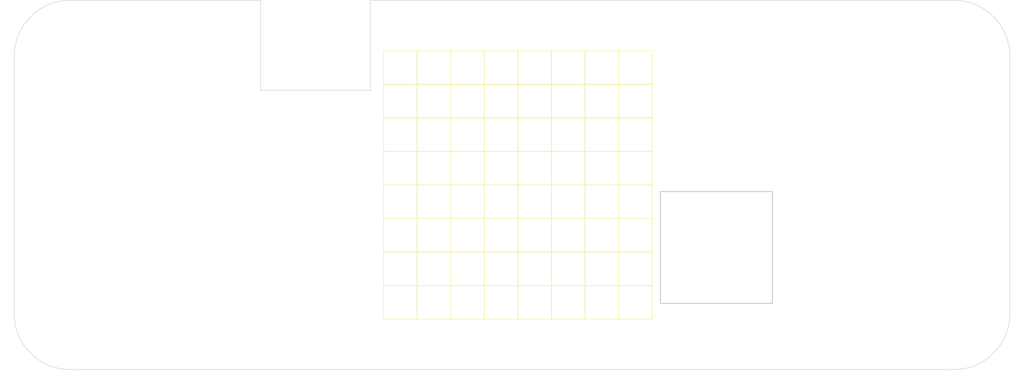
<source format=kicad_pcb>
(kicad_pcb (version 20241229) (generator "pcbnew") (generator_version "9.0")
  (title_block (title "PIX6T4 Color") (date "2025-07-19") (rev "1") (company "Decent Engineering"))
  (layers (0 "F.Cu" signal) (2 "B.Cu" signal) (13 "F.Paste" user) (15 "B.Paste" user) (5 "F.SilkS" user "F.Silkscreen") (7 "B.SilkS" user "B.Silkscreen") (1 "F.Mask" user) (3 "B.Mask" user) (25 "Edge.Cuts" user))
  (net 0 "")
  (footprint "MountingHole:MountingHole_6mm" (layer "F.Cu") (at 167 122.02)
    (property "Reference" "REF**" (hide yes))
    (property "Value" "MountingHole_6mm" (hide yes))
    (pad "" np_thru_hole circle (at 0 0) (size 6 6) (drill 6) (layers "*.Cu" "*.Mask"))
  )
  (footprint "Library:SeeThroughCell" (layer "F.Cu") (at 184.47 112.01)
    (property "Reference" "REF**" (hide yes))
    (property "Value" "Nothing" (hide yes))
    (fp_rect (start -1.5 -1.5) (end 1.5 1.5) (stroke (width 0.05)) (fill no) (layer "F.SilkS"))
  )
  (footprint "Library:SeeThroughCell" (layer "F.Cu") (at 205.47 106.01)
    (property "Reference" "REF**" (hide yes))
    (property "Value" "Nothing" (hide yes))
    (fp_rect (start -1.5 -1.5) (end 1.5 1.5) (stroke (width 0.05)) (fill no) (layer "F.SilkS"))
  )
  (footprint "MountingHole:MountingHole_6mm" (layer "F.Cu") (at 155 122.02)
    (property "Reference" "REF**" (hide yes))
    (property "Value" "MountingHole_6mm" (hide yes))
    (pad "" np_thru_hole circle (at 0 0) (size 6 6) (drill 6) (layers "*.Cu" "*.Mask"))
  )
  (footprint "Library:SeeThroughCell" (layer "F.Cu") (at 202.47 112.01)
    (property "Reference" "REF**" (hide yes))
    (property "Value" "Nothing" (hide yes))
    (fp_rect (start -1.5 -1.5) (end 1.5 1.5) (stroke (width 0.05)) (fill no) (layer "F.SilkS"))
  )
  (footprint "MountingHole:MountingHole_6mm" (layer "F.Cu") (at 161 128.02)
    (property "Reference" "REF**" (hide yes))
    (property "Value" "MountingHole_6mm" (hide yes))
    (pad "" np_thru_hole circle (at 0 0) (size 6 6) (drill 6) (layers "*.Cu" "*.Mask"))
  )
  (footprint "Library:SeeThroughCell" (layer "F.Cu") (at 205.47 115.01)
    (property "Reference" "REF**" (hide yes))
    (property "Value" "Nothing" (hide yes))
    (fp_rect (start -1.5 -1.5) (end 1.5 1.5) (stroke (width 0.05)) (fill no) (layer "F.SilkS"))
  )
  (footprint "Library:SeeThroughCell" (layer "F.Cu") (at 190.47 112.01)
    (property "Reference" "REF**" (hide yes))
    (property "Value" "Nothing" (hide yes))
    (fp_rect (start -1.5 -1.5) (end 1.5 1.5) (stroke (width 0.05)) (fill no) (layer "F.SilkS"))
  )
  (footprint "Library:SeeThroughCell" (layer "F.Cu") (at 184.47 121.01)
    (property "Reference" "REF**" (hide yes))
    (property "Value" "Nothing" (hide yes))
    (fp_rect (start -1.5 -1.5) (end 1.5 1.5) (stroke (width 0.05)) (fill no) (layer "F.SilkS"))
  )
  (footprint "Library:SeeThroughCell" (layer "F.Cu") (at 187.47 112.01)
    (property "Reference" "REF**" (hide yes))
    (property "Value" "Nothing" (hide yes))
    (fp_rect (start -1.5 -1.5) (end 1.5 1.5) (stroke (width 0.05)) (fill no) (layer "F.SilkS"))
  )
  (footprint "Library:SeeThroughCell" (layer "F.Cu") (at 202.47 118.01)
    (property "Reference" "REF**" (hide yes))
    (property "Value" "Nothing" (hide yes))
    (fp_rect (start -1.5 -1.5) (end 1.5 1.5) (stroke (width 0.05)) (fill no) (layer "F.SilkS"))
  )
  (footprint "Library:SeeThroughCell" (layer "F.Cu") (at 199.47 115.01)
    (property "Reference" "REF**" (hide yes))
    (property "Value" "Nothing" (hide yes))
    (fp_rect (start -1.5 -1.5) (end 1.5 1.5) (stroke (width 0.05)) (fill no) (layer "F.SilkS"))
  )
  (footprint "Library:SeeThroughCell" (layer "F.Cu") (at 193.47 109.01)
    (property "Reference" "REF**" (hide yes))
    (property "Value" "Nothing" (hide yes))
    (fp_rect (start -1.5 -1.5) (end 1.5 1.5) (stroke (width 0.05)) (fill no) (layer "F.SilkS"))
  )
  (footprint "Library:SeeThroughCell" (layer "F.Cu") (at 196.47 124.01)
    (property "Reference" "REF**" (hide yes))
    (property "Value" "Nothing" (hide yes))
    (fp_rect (start -1.5 -1.5) (end 1.5 1.5) (stroke (width 0.05)) (fill no) (layer "F.SilkS"))
  )
  (footprint "Library:SeeThroughCell" (layer "F.Cu") (at 187.47 106.01)
    (property "Reference" "REF**" (hide yes))
    (property "Value" "Nothing" (hide yes))
    (fp_rect (start -1.5 -1.5) (end 1.5 1.5) (stroke (width 0.05)) (fill no) (layer "F.SilkS"))
  )
  (footprint "Library:SeeThroughCell" (layer "F.Cu") (at 190.47 115.01)
    (property "Reference" "REF**" (hide yes))
    (property "Value" "Nothing" (hide yes))
    (fp_rect (start -1.5 -1.5) (end 1.5 1.5) (stroke (width 0.05)) (fill no) (layer "F.SilkS"))
  )
  (footprint "Library:SeeThroughCell" (layer "F.Cu") (at 202.47 121.01)
    (property "Reference" "REF**" (hide yes))
    (property "Value" "Nothing" (hide yes))
    (fp_rect (start -1.5 -1.5) (end 1.5 1.5) (stroke (width 0.05)) (fill no) (layer "F.SilkS"))
  )
  (footprint "Library:SeeThroughCell" (layer "F.Cu") (at 190.47 118.01)
    (property "Reference" "REF**" (hide yes))
    (property "Value" "Nothing" (hide yes))
    (fp_rect (start -1.5 -1.5) (end 1.5 1.5) (stroke (width 0.05)) (fill no) (layer "F.SilkS"))
  )
  (footprint "MountingHole:MountingHole_2.2mm_M2_ISO14580" (layer "F.Cu") (at 233.9 114.05)
    (property "Reference" "REF**" (hide yes))
    (property "Value" "MountingHole_2.2mm_M2_ISO14580" (hide yes))
    (pad "" np_thru_hole circle (at 0 0) (size 2.2 2.2) (drill 2.2) (layers "*.Cu" "*.Mask"))
  )
  (footprint "Library:SeeThroughCell" (layer "F.Cu") (at 205.47 118.01)
    (property "Reference" "REF**" (hide yes))
    (property "Value" "Nothing" (hide yes))
    (fp_rect (start -1.5 -1.5) (end 1.5 1.5) (stroke (width 0.05)) (fill no) (layer "F.SilkS"))
  )
  (footprint "MountingHole:MountingHole_2.2mm_M2_ISO14580" (layer "F.Cu") (at 155 128.02)
    (property "Reference" "REF**" (hide yes))
    (property "Value" "MountingHole_2.2mm_M2_ISO14580" (hide yes))
    (pad "" np_thru_hole circle (at 0 0) (size 2.2 2.2) (drill 2.2) (layers "*.Cu" "*.Mask"))
  )
  (footprint "Library:SeeThroughCell" (layer "F.Cu") (at 199.47 124.01)
    (property "Reference" "REF**" (hide yes))
    (property "Value" "Nothing" (hide yes))
    (fp_rect (start -1.5 -1.5) (end 1.5 1.5) (stroke (width 0.05)) (fill no) (layer "F.SilkS"))
  )
  (footprint "Library:SeeThroughCell" (layer "F.Cu") (at 202.47 106.01)
    (property "Reference" "REF**" (hide yes))
    (property "Value" "Nothing" (hide yes))
    (fp_rect (start -1.5 -1.5) (end 1.5 1.5) (stroke (width 0.05)) (fill no) (layer "F.SilkS"))
  )
  (footprint "Library:SeeThroughCell" (layer "F.Cu") (at 196.47 106.01)
    (property "Reference" "REF**" (hide yes))
    (property "Value" "Nothing" (hide yes))
    (fp_rect (start -1.5 -1.5) (end 1.5 1.5) (stroke (width 0.05)) (fill no) (layer "F.SilkS"))
  )
  (footprint "MountingHole:MountingHole_6mm" (layer "F.Cu") (at 227.9 128.02)
    (property "Reference" "REF**" (hide yes))
    (property "Value" "MountingHole_6mm" (hide yes))
    (pad "" np_thru_hole circle (at 0 0) (size 6 6) (drill 6) (layers "*.Cu" "*.Mask"))
  )
  (footprint "Library:SeeThroughCell" (layer "F.Cu") (at 205.47 127.01)
    (property "Reference" "REF**" (hide yes))
    (property "Value" "Nothing" (hide yes))
    (fp_rect (start -1.5 -1.5) (end 1.5 1.5) (stroke (width 0.05)) (fill no) (layer "F.SilkS"))
  )
  (footprint "Library:SeeThroughCell" (layer "F.Cu") (at 199.47 121.01)
    (property "Reference" "REF**" (hide yes))
    (property "Value" "Nothing" (hide yes))
    (fp_rect (start -1.5 -1.5) (end 1.5 1.5) (stroke (width 0.05)) (fill no) (layer "F.SilkS"))
  )
  (footprint "Library:SeeThroughCell" (layer "F.Cu") (at 202.47 127.01)
    (property "Reference" "REF**" (hide yes))
    (property "Value" "Nothing" (hide yes))
    (fp_rect (start -1.5 -1.5) (end 1.5 1.5) (stroke (width 0.05)) (fill no) (layer "F.SilkS"))
  )
  (footprint "Library:SeeThroughCell" (layer "F.Cu") (at 187.47 109.01)
    (property "Reference" "REF**" (hide yes))
    (property "Value" "Nothing" (hide yes))
    (fp_rect (start -1.5 -1.5) (end 1.5 1.5) (stroke (width 0.05)) (fill no) (layer "F.SilkS"))
  )
  (footprint "Library:SeeThroughCell" (layer "F.Cu") (at 184.47 124.01)
    (property "Reference" "REF**" (hide yes))
    (property "Value" "Nothing" (hide yes))
    (fp_rect (start -1.5 -1.5) (end 1.5 1.5) (stroke (width 0.05)) (fill no) (layer "F.SilkS"))
  )
  (footprint "Library:SeeThroughCell" (layer "F.Cu") (at 205.47 121.01)
    (property "Reference" "REF**" (hide yes))
    (property "Value" "Nothing" (hide yes))
    (fp_rect (start -1.5 -1.5) (end 1.5 1.5) (stroke (width 0.05)) (fill no) (layer "F.SilkS"))
  )
  (footprint "Library:SeeThroughCell" (layer "F.Cu") (at 193.47 127.01)
    (property "Reference" "REF**" (hide yes))
    (property "Value" "Nothing" (hide yes))
    (fp_rect (start -1.5 -1.5) (end 1.5 1.5) (stroke (width 0.05)) (fill no) (layer "F.SilkS"))
  )
  (footprint "Library:SeeThroughCell" (layer "F.Cu") (at 187.47 121.01)
    (property "Reference" "REF**" (hide yes))
    (property "Value" "Nothing" (hide yes))
    (fp_rect (start -1.5 -1.5) (end 1.5 1.5) (stroke (width 0.05)) (fill no) (layer "F.SilkS"))
  )
  (footprint "Library:SeeThroughCell" (layer "F.Cu") (at 196.47 109.01)
    (property "Reference" "REF**" (hide yes))
    (property "Value" "Nothing" (hide yes))
    (fp_rect (start -1.5 -1.5) (end 1.5 1.5) (stroke (width 0.05)) (fill no) (layer "F.SilkS"))
  )
  (footprint "Library:SeeThroughCell" (layer "F.Cu") (at 199.47 112.01)
    (property "Reference" "REF**" (hide yes))
    (property "Value" "Nothing" (hide yes))
    (fp_rect (start -1.5 -1.5) (end 1.5 1.5) (stroke (width 0.05)) (fill no) (layer "F.SilkS"))
  )
  (footprint "Library:SeeThroughCell" (layer "F.Cu") (at 199.47 106.01)
    (property "Reference" "REF**" (hide yes))
    (property "Value" "Nothing" (hide yes))
    (fp_rect (start -1.5 -1.5) (end 1.5 1.5) (stroke (width 0.05)) (fill no) (layer "F.SilkS"))
  )
  (footprint "Library:SeeThroughCell" (layer "F.Cu") (at 202.47 115.01)
    (property "Reference" "REF**" (hide yes))
    (property "Value" "Nothing" (hide yes))
    (fp_rect (start -1.5 -1.5) (end 1.5 1.5) (stroke (width 0.05)) (fill no) (layer "F.SilkS"))
  )
  (footprint "Library:SeeThroughCell" (layer "F.Cu") (at 196.47 127.01)
    (property "Reference" "REF**" (hide yes))
    (property "Value" "Nothing" (hide yes))
    (fp_rect (start -1.5 -1.5) (end 1.5 1.5) (stroke (width 0.05)) (fill no) (layer "F.SilkS"))
  )
  (footprint "Library:SeeThroughCell" (layer "F.Cu") (at 187.47 124.01)
    (property "Reference" "REF**" (hide yes))
    (property "Value" "Nothing" (hide yes))
    (fp_rect (start -1.5 -1.5) (end 1.5 1.5) (stroke (width 0.05)) (fill no) (layer "F.SilkS"))
  )
  (footprint "Library:SeeThroughCell" (layer "F.Cu") (at 190.47 124.01)
    (property "Reference" "REF**" (hide yes))
    (property "Value" "Nothing" (hide yes))
    (fp_rect (start -1.5 -1.5) (end 1.5 1.5) (stroke (width 0.05)) (fill no) (layer "F.SilkS"))
  )
  (footprint "Library:SeeThroughCell" (layer "F.Cu") (at 202.47 124.01)
    (property "Reference" "REF**" (hide yes))
    (property "Value" "Nothing" (hide yes))
    (fp_rect (start -1.5 -1.5) (end 1.5 1.5) (stroke (width 0.05)) (fill no) (layer "F.SilkS"))
  )
  (footprint "Library:SeeThroughCell" (layer "F.Cu") (at 205.47 109.01)
    (property "Reference" "REF**" (hide yes))
    (property "Value" "Nothing" (hide yes))
    (fp_rect (start -1.5 -1.5) (end 1.5 1.5) (stroke (width 0.05)) (fill no) (layer "F.SilkS"))
  )
  (footprint "Library:SeeThroughCell" (layer "F.Cu") (at 202.47 109.01)
    (property "Reference" "REF**" (hide yes))
    (property "Value" "Nothing" (hide yes))
    (fp_rect (start -1.5 -1.5) (end 1.5 1.5) (stroke (width 0.05)) (fill no) (layer "F.SilkS"))
  )
  (footprint "Library:SeeThroughCell" (layer "F.Cu") (at 190.47 106.01)
    (property "Reference" "REF**" (hide yes))
    (property "Value" "Nothing" (hide yes))
    (fp_rect (start -1.5 -1.5) (end 1.5 1.5) (stroke (width 0.05)) (fill no) (layer "F.SilkS"))
  )
  (footprint "Library:SeeThroughCell" (layer "F.Cu") (at 205.47 112.01)
    (property "Reference" "REF**" (hide yes))
    (property "Value" "Nothing" (hide yes))
    (fp_rect (start -1.5 -1.5) (end 1.5 1.5) (stroke (width 0.05)) (fill no) (layer "F.SilkS"))
  )
  (footprint "Library:SeeThroughCell" (layer "F.Cu") (at 184.47 106.01)
    (property "Reference" "REF**" (hide yes))
    (property "Value" "Nothing" (hide yes))
    (fp_rect (start -1.5 -1.5) (end 1.5 1.5) (stroke (width 0.05)) (fill no) (layer "F.SilkS"))
  )
  (footprint "Library:SeeThroughCell" (layer "F.Cu") (at 190.47 121.01)
    (property "Reference" "REF**" (hide yes))
    (property "Value" "Nothing" (hide yes))
    (fp_rect (start -1.5 -1.5) (end 1.5 1.5) (stroke (width 0.05)) (fill no) (layer "F.SilkS"))
  )
  (footprint "Library:SeeThroughCell" (layer "F.Cu") (at 199.47 109.01)
    (property "Reference" "REF**" (hide yes))
    (property "Value" "Nothing" (hide yes))
    (fp_rect (start -1.5 -1.5) (end 1.5 1.5) (stroke (width 0.05)) (fill no) (layer "F.SilkS"))
  )
  (footprint "Library:SeeThroughCell" (layer "F.Cu") (at 193.47 115.01)
    (property "Reference" "REF**" (hide yes))
    (property "Value" "Nothing" (hide yes))
    (fp_rect (start -1.5 -1.5) (end 1.5 1.5) (stroke (width 0.05)) (fill no) (layer "F.SilkS"))
  )
  (footprint "Library:SeeThroughCell" (layer "F.Cu") (at 205.47 124.01)
    (property "Reference" "REF**" (hide yes))
    (property "Value" "Nothing" (hide yes))
    (fp_rect (start -1.5 -1.5) (end 1.5 1.5) (stroke (width 0.05)) (fill no) (layer "F.SilkS"))
  )
  (footprint "Library:SeeThroughCell" (layer "F.Cu") (at 184.47 109.01)
    (property "Reference" "REF**" (hide yes))
    (property "Value" "Nothing" (hide yes))
    (fp_rect (start -1.5 -1.5) (end 1.5 1.5) (stroke (width 0.05)) (fill no) (layer "F.SilkS"))
  )
  (footprint "MountingHole:MountingHole_6mm" (layer "F.Cu") (at 227.9 116.02)
    (property "Reference" "REF**" (hide yes))
    (property "Value" "MountingHole_6mm" (hide yes))
    (pad "" np_thru_hole circle (at 0 0) (size 6 6) (drill 6) (layers "*.Cu" "*.Mask"))
  )
  (footprint "MountingHole:MountingHole_6mm" (layer "F.Cu") (at 221.9 122.02)
    (property "Reference" "REF**" (hide yes))
    (property "Value" "MountingHole_6mm" (hide yes))
    (pad "" np_thru_hole circle (at 0 0) (size 6 6) (drill 6) (layers "*.Cu" "*.Mask"))
  )
  (footprint "Library:SeeThroughCell" (layer "F.Cu") (at 196.47 115.01)
    (property "Reference" "REF**" (hide yes))
    (property "Value" "Nothing" (hide yes))
    (fp_rect (start -1.5 -1.5) (end 1.5 1.5) (stroke (width 0.05)) (fill no) (layer "F.SilkS"))
  )
  (footprint "Library:SeeThroughCell" (layer "F.Cu") (at 187.47 115.01)
    (property "Reference" "REF**" (hide yes))
    (property "Value" "Nothing" (hide yes))
    (fp_rect (start -1.5 -1.5) (end 1.5 1.5) (stroke (width 0.05)) (fill no) (layer "F.SilkS"))
  )
  (footprint "Library:SeeThroughCell" (layer "F.Cu") (at 193.47 121.01)
    (property "Reference" "REF**" (hide yes))
    (property "Value" "Nothing" (hide yes))
    (fp_rect (start -1.5 -1.5) (end 1.5 1.5) (stroke (width 0.05)) (fill no) (layer "F.SilkS"))
  )
  (footprint "Library:SeeThroughCell" (layer "F.Cu") (at 193.47 118.01)
    (property "Reference" "REF**" (hide yes))
    (property "Value" "Nothing" (hide yes))
    (fp_rect (start -1.5 -1.5) (end 1.5 1.5) (stroke (width 0.05)) (fill no) (layer "F.SilkS"))
  )
  (footprint "Library:SeeThroughCell" (layer "F.Cu") (at 196.47 118.01)
    (property "Reference" "REF**" (hide yes))
    (property "Value" "Nothing" (hide yes))
    (fp_rect (start -1.5 -1.5) (end 1.5 1.5) (stroke (width 0.05)) (fill no) (layer "F.SilkS"))
  )
  (footprint "Library:SeeThroughCell" (layer "F.Cu") (at 193.47 124.01)
    (property "Reference" "REF**" (hide yes))
    (property "Value" "Nothing" (hide yes))
    (fp_rect (start -1.5 -1.5) (end 1.5 1.5) (stroke (width 0.05)) (fill no) (layer "F.SilkS"))
  )
  (footprint "MountingHole:MountingHole_6mm" (layer "F.Cu") (at 233.9 122.02)
    (property "Reference" "REF**" (hide yes))
    (property "Value" "MountingHole_6mm" (hide yes))
    (pad "" np_thru_hole circle (at 0 0) (size 6 6) (drill 6) (layers "*.Cu" "*.Mask"))
  )
  (footprint "Library:SeeThroughCell" (layer "F.Cu") (at 199.47 127.01)
    (property "Reference" "REF**" (hide yes))
    (property "Value" "Nothing" (hide yes))
    (fp_rect (start -1.5 -1.5) (end 1.5 1.5) (stroke (width 0.05)) (fill no) (layer "F.SilkS"))
  )
  (footprint "Library:SeeThroughCell" (layer "F.Cu") (at 199.47 118.01)
    (property "Reference" "REF**" (hide yes))
    (property "Value" "Nothing" (hide yes))
    (fp_rect (start -1.5 -1.5) (end 1.5 1.5) (stroke (width 0.05)) (fill no) (layer "F.SilkS"))
  )
  (footprint "Library:SeeThroughCell" (layer "F.Cu") (at 184.47 127.01)
    (property "Reference" "REF**" (hide yes))
    (property "Value" "Nothing" (hide yes))
    (fp_rect (start -1.5 -1.5) (end 1.5 1.5) (stroke (width 0.05)) (fill no) (layer "F.SilkS"))
  )
  (footprint "MountingHole:MountingHole_6mm" (layer "F.Cu") (at 213 106.4)
    (property "Reference" "REF**" (hide yes))
    (property "Value" "MountingHole_6mm" (hide yes))
    (pad "" np_thru_hole circle (at 0 0) (size 6 6) (drill 6) (layers "*.Cu" "*.Mask"))
  )
  (footprint "Library:SeeThroughCell" (layer "F.Cu") (at 184.47 115.01)
    (property "Reference" "REF**" (hide yes))
    (property "Value" "Nothing" (hide yes))
    (fp_rect (start -1.5 -1.5) (end 1.5 1.5) (stroke (width 0.05)) (fill no) (layer "F.SilkS"))
  )
  (footprint "Library:SeeThroughCell" (layer "F.Cu") (at 190.47 109.01)
    (property "Reference" "REF**" (hide yes))
    (property "Value" "Nothing" (hide yes))
    (fp_rect (start -1.5 -1.5) (end 1.5 1.5) (stroke (width 0.05)) (fill no) (layer "F.SilkS"))
  )
  (footprint "MountingHole:MountingHole_2.2mm_M2_ISO14580" (layer "F.Cu") (at 155 114.05)
    (property "Reference" "REF**" (hide yes))
    (property "Value" "MountingHole_2.2mm_M2_ISO14580" (hide yes))
    (pad "" np_thru_hole circle (at 0 0) (size 2.2 2.2) (drill 2.2) (layers "*.Cu" "*.Mask"))
  )
  (footprint "MountingHole:MountingHole_6mm" (layer "F.Cu") (at 221.7 106.4)
    (property "Reference" "REF**" (hide yes))
    (property "Value" "MountingHole_6mm" (hide yes))
    (pad "" np_thru_hole circle (at 0 0) (size 6 6) (drill 6) (layers "*.Cu" "*.Mask"))
  )
  (footprint "MountingHole:MountingHole_2.2mm_M2_ISO14580" (layer "F.Cu") (at 233.9 128.02)
    (property "Reference" "REF**" (hide yes))
    (property "Value" "MountingHole_2.2mm_M2_ISO14580" (hide yes))
    (pad "" np_thru_hole circle (at 0 0) (size 2.2 2.2) (drill 2.2) (layers "*.Cu" "*.Mask"))
  )
  (footprint "Library:SeeThroughCell" (layer "F.Cu") (at 193.47 112.01)
    (property "Reference" "REF**" (hide yes))
    (property "Value" "Nothing" (hide yes))
    (fp_rect (start -1.5 -1.5) (end 1.5 1.5) (stroke (width 0.05)) (fill no) (layer "F.SilkS"))
  )
  (footprint "MountingHole:MountingHole_6mm" (layer "F.Cu") (at 161 116.02)
    (property "Reference" "REF**" (hide yes))
    (property "Value" "MountingHole_6mm" (hide yes))
    (pad "" np_thru_hole circle (at 0 0) (size 6 6) (drill 6) (layers "*.Cu" "*.Mask"))
  )
  (footprint "Library:SeeThroughCell" (layer "F.Cu") (at 187.47 127.01)
    (property "Reference" "REF**" (hide yes))
    (property "Value" "Nothing" (hide yes))
    (fp_rect (start -1.5 -1.5) (end 1.5 1.5) (stroke (width 0.05)) (fill no) (layer "F.SilkS"))
  )
  (footprint "Library:SeeThroughCell" (layer "F.Cu") (at 196.47 121.01)
    (property "Reference" "REF**" (hide yes))
    (property "Value" "Nothing" (hide yes))
    (fp_rect (start -1.5 -1.5) (end 1.5 1.5) (stroke (width 0.05)) (fill no) (layer "F.SilkS"))
  )
  (footprint "Library:SeeThroughCell" (layer "F.Cu") (at 187.47 118.01)
    (property "Reference" "REF**" (hide yes))
    (property "Value" "Nothing" (hide yes))
    (fp_rect (start -1.5 -1.5) (end 1.5 1.5) (stroke (width 0.05)) (fill no) (layer "F.SilkS"))
  )
  (footprint "Library:SeeThroughCell" (layer "F.Cu") (at 196.47 112.01)
    (property "Reference" "REF**" (hide yes))
    (property "Value" "Nothing" (hide yes))
    (fp_rect (start -1.5 -1.5) (end 1.5 1.5) (stroke (width 0.05)) (fill no) (layer "F.SilkS"))
  )
  (footprint "Library:SeeThroughCell" (layer "F.Cu") (at 193.47 106.01)
    (property "Reference" "REF**" (hide yes))
    (property "Value" "Nothing" (hide yes))
    (fp_rect (start -1.5 -1.5) (end 1.5 1.5) (stroke (width 0.05)) (fill no) (layer "F.SilkS"))
  )
  (footprint "Library:SeeThroughCell" (layer "F.Cu") (at 184.47 118.01)
    (property "Reference" "REF**" (hide yes))
    (property "Value" "Nothing" (hide yes))
    (fp_rect (start -1.5 -1.5) (end 1.5 1.5) (stroke (width 0.05)) (fill no) (layer "F.SilkS"))
  )
  (footprint "Library:SeeThroughCell" (layer "F.Cu") (at 190.47 127.01)
    (property "Reference" "REF**" (hide yes))
    (property "Value" "Nothing" (hide yes))
    (fp_rect (start -1.5 -1.5) (end 1.5 1.5) (stroke (width 0.05)) (fill no) (layer "F.SilkS"))
  )
  (gr_line (start 150 128.02) (end 150 105) (stroke (width 0.05)) (layer "Edge.Cuts"))
  (gr_line (start 181.8 100) (end 181.8 108.05) (stroke (width 0.05)) (layer "Edge.Cuts"))
  (gr_arc (start 233.9 100) (mid 237.435534 101.464466) (end 238.9 105) (stroke (width 0.05)) (layer "Edge.Cuts"))
  (gr_line (start 172 108.05) (end 181.8 108.05) (stroke (width 0.05)) (layer "Edge.Cuts"))
  (gr_line (start 155 100) (end 172 100) (stroke (width 0.05)) (layer "Edge.Cuts"))
  (gr_line (start 238.9 105) (end 238.9 128.02) (stroke (width 0.05)) (layer "Edge.Cuts"))
  (gr_line (start 181.8 100) (end 233.9 100) (stroke (width 0.05)) (layer "Edge.Cuts"))
  (gr_arc (start 150 105) (mid 151.464466 101.464466) (end 155 100) (stroke (width 0.05)) (layer "Edge.Cuts"))
  (gr_arc (start 155 133.02) (mid 151.464466 131.555534) (end 150 128.02) (stroke (width 0.05)) (layer "Edge.Cuts"))
  (gr_line (start 172 100) (end 172 108.05) (stroke (width 0.05)) (layer "Edge.Cuts"))
  (gr_line (start 233.9 133.02) (end 155 133.02) (stroke (width 0.05)) (layer "Edge.Cuts"))
  (gr_rect (start 207.7 117.1) (end 217.7 127.1) (stroke (width 0.1)) (fill no) (layer "Edge.Cuts"))
  (gr_arc (start 238.9 128.02) (mid 237.435534 131.555534) (end 233.9 133.02) (stroke (width 0.05)) (layer "Edge.Cuts"))
)
</source>
